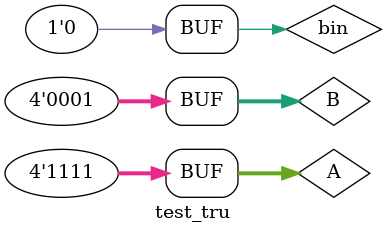
<source format=v>
`timescale 1ns / 1ps


module test_tru;

	// Inputs
	reg [3:0] A;
	reg [3:0] B;
	reg bin;

	// Outputs
	wire [3:0] D;
	wire bo;

	// Instantiate the Unit Under Test (UUT)
	tru_4bit uut (
		.A(A), 
		.B(B), 
		.bin(bin), 
		.D(D), 
		.bo(bo)
	);

	initial begin
		// Initialize Inputs
		A = 0;
		B = 0;
		bin = 0;

		// Wait 100 ns for global reset to finish
		#100;
		A=4'b0000;B=4'b0000;bin=1'b0;
		#100;
		A=4'b0000;B=4'b0000;bin=1'b1;
		#100;
		A=4'b0000;B=4'b0001;bin=1'b0;
		#100;
		A=4'b0000;B=4'b0001;bin=1'b1;
		#100;
		A=4'b0001;B=4'b0000;bin=1'b0;
		#100;
		A=4'b0001;B=4'b0000;bin=1'b1;
		#100;
		A=4'b0001;B=4'b0001;bin=1'b0;
		#100;
		A=4'b0001;B=4'b0001;bin=1'b1;
		#100;
		A=4'b1111;B=4'b0001;bin=1'b0;
		#100;
	end    
endmodule


</source>
